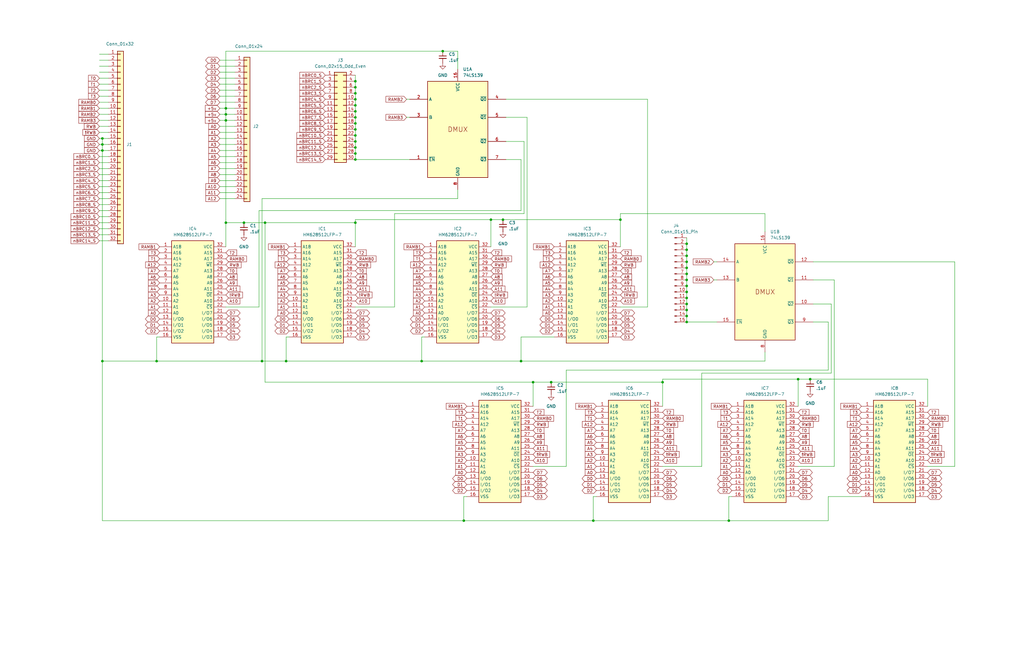
<source format=kicad_sch>
(kicad_sch (version 20231120) (generator "eeschema") (generator_version "8.0")
  (paper "B")
  (junction (at 149.86 39.37))
  (junction (at 111.76 93.98))
  (junction (at 289.56 118.11))
  (junction (at 289.56 128.27))
  (junction (at 307.34 219.71))
  (junction (at 212.09 92.71))
  (junction (at 66.04 152.4))
  (junction (at 195.58 219.71))
  (junction (at 102.87 93.98))
  (junction (at 120.65 152.4))
  (junction (at 186.69 21.59))
  (junction (at 149.86 41.91))
  (junction (at 289.56 123.19))
  (junction (at 149.86 46.99))
  (junction (at 149.86 57.15))
  (junction (at 289.56 105.41))
  (junction (at 207.01 92.71))
  (junction (at 149.86 59.69))
  (junction (at 149.86 36.83))
  (junction (at 289.56 110.49))
  (junction (at 43.18 60.96))
  (junction (at 149.86 67.31))
  (junction (at 43.18 63.5))
  (junction (at 95.25 93.98))
  (junction (at 149.86 93.98))
  (junction (at 110.49 152.4))
  (junction (at 261.62 92.71))
  (junction (at 279.4 161.29))
  (junction (at 289.56 107.95))
  (junction (at 149.86 64.77))
  (junction (at 149.86 44.45))
  (junction (at 43.18 152.4))
  (junction (at 289.56 130.81))
  (junction (at 149.86 49.53))
  (junction (at 341.63 160.02))
  (junction (at 289.56 125.73))
  (junction (at 219.71 152.4))
  (junction (at 95.25 45.72))
  (junction (at 149.86 62.23))
  (junction (at 289.56 135.89))
  (junction (at 232.41 161.29))
  (junction (at 95.25 48.26))
  (junction (at 336.55 160.02))
  (junction (at 149.86 34.29))
  (junction (at 149.86 54.61))
  (junction (at 289.56 102.87))
  (junction (at 289.56 120.65))
  (junction (at 95.25 50.8))
  (junction (at 43.18 58.42))
  (junction (at 250.19 219.71))
  (junction (at 289.56 133.35))
  (junction (at 289.56 113.03))
  (junction (at 149.86 52.07))
  (junction (at 224.79 161.29))
  (junction (at 289.56 115.57))
  (junction (at 177.8 152.4))
  (wire (pts (xy 207.01 92.71) (xy 212.09 92.71)))
  (wire (pts (xy 279.4 161.29) (xy 279.4 160.02)))
  (wire (pts (xy 149.86 64.77) (xy 149.86 67.31)))
  (wire (pts (xy 45.72 43.18) (xy 41.91 43.18)))
  (wire (pts (xy 342.9 128.27) (xy 350.52 128.27)))
  (wire (pts (xy 99.06 71.12) (xy 92.71 71.12)))
  (wire (pts (xy 219.71 152.4) (xy 177.8 152.4)))
  (wire (pts (xy 45.72 81.28) (xy 41.91 81.28)))
  (wire (pts (xy 45.72 53.34) (xy 41.91 53.34)))
  (wire (pts (xy 222.25 49.53) (xy 222.25 129.54)))
  (wire (pts (xy 149.86 104.14) (xy 149.86 93.98)))
  (wire (pts (xy 149.86 54.61) (xy 149.86 57.15)))
  (wire (pts (xy 43.18 60.96) (xy 41.91 60.96)))
  (wire (pts (xy 41.91 27.94) (xy 45.72 27.94)))
  (wire (pts (xy 99.06 58.42) (xy 92.71 58.42)))
  (wire (pts (xy 95.25 93.98) (xy 102.87 93.98)))
  (wire (pts (xy 300.99 110.49) (xy 302.26 110.49)))
  (wire (pts (xy 289.56 120.65) (xy 289.56 123.19)))
  (wire (pts (xy 45.72 38.1) (xy 41.91 38.1)))
  (wire (pts (xy 149.86 92.71) (xy 207.01 92.71)))
  (wire (pts (xy 99.06 66.04) (xy 92.71 66.04)))
  (wire (pts (xy 289.56 130.81) (xy 289.56 133.35)))
  (wire (pts (xy 224.79 196.85) (xy 238.76 196.85)))
  (wire (pts (xy 99.06 81.28) (xy 92.71 81.28)))
  (wire (pts (xy 177.8 142.24) (xy 177.8 152.4)))
  (wire (pts (xy 99.06 73.66) (xy 92.71 73.66)))
  (wire (pts (xy 102.87 93.98) (xy 111.76 93.98)))
  (wire (pts (xy 95.25 129.54) (xy 109.22 129.54)))
  (wire (pts (xy 149.86 31.75) (xy 149.86 34.29)))
  (wire (pts (xy 43.18 60.96) (xy 43.18 63.5)))
  (wire (pts (xy 391.16 171.45) (xy 391.16 160.02)))
  (wire (pts (xy 45.72 35.56) (xy 41.91 35.56)))
  (wire (pts (xy 391.16 196.85) (xy 402.59 196.85)))
  (wire (pts (xy 111.76 93.98) (xy 149.86 93.98)))
  (wire (pts (xy 207.01 129.54) (xy 222.25 129.54)))
  (wire (pts (xy 289.56 105.41) (xy 289.56 107.95)))
  (wire (pts (xy 220.98 90.17) (xy 166.37 90.17)))
  (wire (pts (xy 149.86 59.69) (xy 149.86 62.23)))
  (wire (pts (xy 149.86 46.99) (xy 149.86 49.53)))
  (wire (pts (xy 45.72 91.44) (xy 41.91 91.44)))
  (wire (pts (xy 193.04 80.01) (xy 193.04 83.82)))
  (wire (pts (xy 99.06 38.1) (xy 92.71 38.1)))
  (wire (pts (xy 45.72 71.12) (xy 41.91 71.12)))
  (wire (pts (xy 45.72 83.82) (xy 41.91 83.82)))
  (wire (pts (xy 41.91 25.4) (xy 45.72 25.4)))
  (wire (pts (xy 224.79 161.29) (xy 232.41 161.29)))
  (wire (pts (xy 45.72 63.5) (xy 43.18 63.5)))
  (wire (pts (xy 149.86 62.23) (xy 149.86 64.77)))
  (wire (pts (xy 45.72 78.74) (xy 41.91 78.74)))
  (wire (pts (xy 300.99 118.11) (xy 302.26 118.11)))
  (wire (pts (xy 289.56 107.95) (xy 289.56 110.49)))
  (wire (pts (xy 350.52 128.27) (xy 350.52 157.48)))
  (wire (pts (xy 149.86 36.83) (xy 149.86 39.37)))
  (wire (pts (xy 193.04 21.59) (xy 186.69 21.59)))
  (wire (pts (xy 92.71 48.26) (xy 95.25 48.26)))
  (wire (pts (xy 279.4 196.85) (xy 295.91 196.85)))
  (wire (pts (xy 45.72 73.66) (xy 41.91 73.66)))
  (wire (pts (xy 99.06 30.48) (xy 92.71 30.48)))
  (wire (pts (xy 351.79 118.11) (xy 351.79 196.85)))
  (wire (pts (xy 43.18 152.4) (xy 66.04 152.4)))
  (wire (pts (xy 111.76 161.29) (xy 111.76 93.98)))
  (wire (pts (xy 213.36 67.31) (xy 219.71 67.31)))
  (wire (pts (xy 322.58 148.59) (xy 322.58 152.4)))
  (wire (pts (xy 149.86 93.98) (xy 149.86 92.71)))
  (wire (pts (xy 289.56 123.19) (xy 289.56 125.73)))
  (wire (pts (xy 66.04 142.24) (xy 67.31 142.24)))
  (wire (pts (xy 95.25 21.59) (xy 95.25 45.72)))
  (wire (pts (xy 219.71 67.31) (xy 219.71 88.9)))
  (wire (pts (xy 289.56 100.33) (xy 289.56 102.87)))
  (wire (pts (xy 238.76 156.21) (xy 238.76 196.85)))
  (wire (pts (xy 224.79 161.29) (xy 111.76 161.29)))
  (wire (pts (xy 307.34 209.55) (xy 308.61 209.55)))
  (wire (pts (xy 322.58 97.79) (xy 322.58 90.17)))
  (wire (pts (xy 149.86 39.37) (xy 149.86 41.91)))
  (wire (pts (xy 43.18 58.42) (xy 41.91 58.42)))
  (wire (pts (xy 219.71 152.4) (xy 322.58 152.4)))
  (wire (pts (xy 195.58 209.55) (xy 196.85 209.55)))
  (wire (pts (xy 45.72 60.96) (xy 43.18 60.96)))
  (wire (pts (xy 99.06 48.26) (xy 95.25 48.26)))
  (wire (pts (xy 186.69 21.59) (xy 95.25 21.59)))
  (wire (pts (xy 45.72 66.04) (xy 41.91 66.04)))
  (wire (pts (xy 45.72 45.72) (xy 41.91 45.72)))
  (wire (pts (xy 99.06 45.72) (xy 95.25 45.72)))
  (wire (pts (xy 238.76 156.21) (xy 349.25 156.21)))
  (wire (pts (xy 45.72 40.64) (xy 41.91 40.64)))
  (wire (pts (xy 193.04 29.21) (xy 193.04 21.59)))
  (wire (pts (xy 95.25 50.8) (xy 95.25 93.98)))
  (wire (pts (xy 219.71 142.24) (xy 233.68 142.24)))
  (wire (pts (xy 99.06 35.56) (xy 92.71 35.56)))
  (wire (pts (xy 307.34 209.55) (xy 307.34 219.71)))
  (wire (pts (xy 171.45 49.53) (xy 172.72 49.53)))
  (wire (pts (xy 350.52 157.48) (xy 295.91 157.48)))
  (wire (pts (xy 261.62 90.17) (xy 322.58 90.17)))
  (wire (pts (xy 289.56 115.57) (xy 289.56 118.11)))
  (wire (pts (xy 232.41 161.29) (xy 279.4 161.29)))
  (wire (pts (xy 99.06 68.58) (xy 92.71 68.58)))
  (wire (pts (xy 149.86 52.07) (xy 149.86 54.61)))
  (wire (pts (xy 45.72 101.6) (xy 41.91 101.6)))
  (wire (pts (xy 45.72 93.98) (xy 41.91 93.98)))
  (wire (pts (xy 99.06 63.5) (xy 92.71 63.5)))
  (wire (pts (xy 149.86 44.45) (xy 149.86 46.99)))
  (wire (pts (xy 207.01 104.14) (xy 207.01 92.71)))
  (wire (pts (xy 342.9 135.89) (xy 349.25 135.89)))
  (wire (pts (xy 109.22 88.9) (xy 109.22 129.54)))
  (wire (pts (xy 349.25 135.89) (xy 349.25 156.21)))
  (wire (pts (xy 261.62 129.54) (xy 273.05 129.54)))
  (wire (pts (xy 336.55 196.85) (xy 351.79 196.85)))
  (wire (pts (xy 99.06 60.96) (xy 92.71 60.96)))
  (wire (pts (xy 342.9 110.49) (xy 402.59 110.49)))
  (wire (pts (xy 213.36 59.69) (xy 220.98 59.69)))
  (wire (pts (xy 149.86 129.54) (xy 166.37 129.54)))
  (wire (pts (xy 45.72 48.26) (xy 41.91 48.26)))
  (wire (pts (xy 43.18 58.42) (xy 43.18 60.96)))
  (wire (pts (xy 349.25 209.55) (xy 349.25 219.71)))
  (wire (pts (xy 99.06 50.8) (xy 95.25 50.8)))
  (wire (pts (xy 273.05 41.91) (xy 273.05 129.54)))
  (wire (pts (xy 289.56 110.49) (xy 289.56 113.03)))
  (wire (pts (xy 261.62 104.14) (xy 261.62 92.71)))
  (wire (pts (xy 349.25 209.55) (xy 363.22 209.55)))
  (wire (pts (xy 99.06 53.34) (xy 92.71 53.34)))
  (wire (pts (xy 92.71 45.72) (xy 95.25 45.72)))
  (wire (pts (xy 341.63 160.02) (xy 391.16 160.02)))
  (wire (pts (xy 149.86 49.53) (xy 149.86 52.07)))
  (wire (pts (xy 66.04 152.4) (xy 110.49 152.4)))
  (wire (pts (xy 166.37 90.17) (xy 166.37 129.54)))
  (wire (pts (xy 99.06 83.82) (xy 92.71 83.82)))
  (wire (pts (xy 45.72 76.2) (xy 41.91 76.2)))
  (wire (pts (xy 120.65 142.24) (xy 120.65 152.4)))
  (wire (pts (xy 193.04 83.82) (xy 110.49 83.82)))
  (wire (pts (xy 289.56 102.87) (xy 289.56 105.41)))
  (wire (pts (xy 261.62 90.17) (xy 261.62 92.71)))
  (wire (pts (xy 279.4 171.45) (xy 279.4 161.29)))
  (wire (pts (xy 149.86 57.15) (xy 149.86 59.69)))
  (wire (pts (xy 289.56 118.11) (xy 289.56 120.65)))
  (wire (pts (xy 213.36 41.91) (xy 273.05 41.91)))
  (wire (pts (xy 43.18 219.71) (xy 43.18 152.4)))
  (wire (pts (xy 336.55 160.02) (xy 341.63 160.02)))
  (wire (pts (xy 66.04 142.24) (xy 66.04 152.4)))
  (wire (pts (xy 45.72 58.42) (xy 43.18 58.42)))
  (wire (pts (xy 99.06 40.64) (xy 92.71 40.64)))
  (wire (pts (xy 45.72 86.36) (xy 41.91 86.36)))
  (wire (pts (xy 99.06 27.94) (xy 92.71 27.94)))
  (wire (pts (xy 110.49 83.82) (xy 110.49 152.4)))
  (wire (pts (xy 250.19 209.55) (xy 251.46 209.55)))
  (wire (pts (xy 41.91 22.86) (xy 45.72 22.86)))
  (wire (pts (xy 195.58 219.71) (xy 43.18 219.71)))
  (wire (pts (xy 342.9 118.11) (xy 351.79 118.11)))
  (wire (pts (xy 289.56 113.03) (xy 289.56 115.57)))
  (wire (pts (xy 213.36 49.53) (xy 222.25 49.53)))
  (wire (pts (xy 402.59 110.49) (xy 402.59 196.85)))
  (wire (pts (xy 99.06 25.4) (xy 92.71 25.4)))
  (wire (pts (xy 289.56 135.89) (xy 302.26 135.89)))
  (wire (pts (xy 149.86 41.91) (xy 149.86 44.45)))
  (wire (pts (xy 295.91 157.48) (xy 295.91 196.85)))
  (wire (pts (xy 336.55 171.45) (xy 336.55 160.02)))
  (wire (pts (xy 92.71 50.8) (xy 95.25 50.8)))
  (wire (pts (xy 95.25 45.72) (xy 95.25 48.26)))
  (wire (pts (xy 95.25 48.26) (xy 95.25 50.8)))
  (wire (pts (xy 250.19 209.55) (xy 250.19 219.71)))
  (wire (pts (xy 289.56 133.35) (xy 289.56 135.89)))
  (wire (pts (xy 250.19 219.71) (xy 307.34 219.71)))
  (wire (pts (xy 45.72 68.58) (xy 41.91 68.58)))
  (wire (pts (xy 220.98 59.69) (xy 220.98 90.17)))
  (wire (pts (xy 45.72 88.9) (xy 41.91 88.9)))
  (wire (pts (xy 43.18 63.5) (xy 41.91 63.5)))
  (wire (pts (xy 45.72 33.02) (xy 41.91 33.02)))
  (wire (pts (xy 212.09 92.71) (xy 261.62 92.71)))
  (wire (pts (xy 45.72 99.06) (xy 41.91 99.06)))
  (wire (pts (xy 195.58 219.71) (xy 250.19 219.71)))
  (wire (pts (xy 95.25 93.98) (xy 95.25 104.14)))
  (wire (pts (xy 99.06 76.2) (xy 92.71 76.2)))
  (wire (pts (xy 120.65 152.4) (xy 110.49 152.4)))
  (wire (pts (xy 149.86 34.29) (xy 149.86 36.83)))
  (wire (pts (xy 120.65 142.24) (xy 121.92 142.24)))
  (wire (pts (xy 99.06 43.18) (xy 92.71 43.18)))
  (wire (pts (xy 195.58 209.55) (xy 195.58 219.71)))
  (wire (pts (xy 171.45 41.91) (xy 172.72 41.91)))
  (wire (pts (xy 41.91 30.48) (xy 45.72 30.48)))
  (wire (pts (xy 177.8 142.24) (xy 179.07 142.24)))
  (wire (pts (xy 45.72 50.8) (xy 41.91 50.8)))
  (wire (pts (xy 219.71 88.9) (xy 109.22 88.9)))
  (wire (pts (xy 279.4 160.02) (xy 336.55 160.02)))
  (wire (pts (xy 43.18 63.5) (xy 43.18 152.4)))
  (wire (pts (xy 45.72 55.88) (xy 41.91 55.88)))
  (wire (pts (xy 45.72 96.52) (xy 41.91 96.52)))
  (wire (pts (xy 224.79 161.29) (xy 224.79 171.45)))
  (wire (pts (xy 289.56 128.27) (xy 289.56 130.81)))
  (wire (pts (xy 219.71 142.24) (xy 219.71 152.4)))
  (wire (pts (xy 99.06 33.02) (xy 92.71 33.02)))
  (wire (pts (xy 99.06 78.74) (xy 92.71 78.74)))
  (wire (pts (xy 289.56 125.73) (xy 289.56 128.27)))
  (wire (pts (xy 99.06 55.88) (xy 92.71 55.88)))
  (wire (pts (xy 177.8 152.4) (xy 120.65 152.4)))
  (wire (pts (xy 149.86 67.31) (xy 172.72 67.31)))
  (wire (pts (xy 349.25 219.71) (xy 307.34 219.71)))
  (global_label "A12" (shape input) (at 363.22 179.07 180) (property "Intersheetrefs" "${INTERSHEET_REFS}" (effects (hide yes))))
  (global_label "D6" (shape tri_state) (at 224.79 201.93 0) (property "Intersheetrefs" "${INTERSHEET_REFS}" (effects (hide yes))))
  (global_label "A0" (shape input) (at 363.22 199.39 180) (property "Intersheetrefs" "${INTERSHEET_REFS}" (effects (hide yes))))
  (global_label "RWB" (shape input) (at 336.55 179.07 0) (property "Intersheetrefs" "${INTERSHEET_REFS}" (effects (hide yes))))
  (global_label "D7" (shape tri_state) (at 391.16 199.39 0) (property "Intersheetrefs" "${INTERSHEET_REFS}" (effects (hide yes))))
  (global_label "A6" (shape input) (at 251.46 184.15 180) (property "Intersheetrefs" "${INTERSHEET_REFS}" (effects (hide yes))))
  (global_label "A9" (shape input) (at 391.16 186.69 0) (property "Intersheetrefs" "${INTERSHEET_REFS}" (effects (hide yes))))
  (global_label "A10" (shape input) (at 336.55 194.31 0) (property "Intersheetrefs" "${INTERSHEET_REFS}" (effects (hide yes))))
  (global_label "T2" (shape input) (at 41.91 38.1 180) (property "Intersheetrefs" "${INTERSHEET_REFS}" (effects (hide yes))))
  (global_label "A6" (shape input) (at 179.07 116.84 180) (property "Intersheetrefs" "${INTERSHEET_REFS}" (effects (hide yes))))
  (global_label "RAMB1" (shape input) (at 41.91 45.72 180) (property "Intersheetrefs" "${INTERSHEET_REFS}" (effects (hide yes))))
  (global_label "A1" (shape input) (at 67.31 129.54 180) (property "Intersheetrefs" "${INTERSHEET_REFS}" (effects (hide yes))))
  (global_label "RWB" (shape input) (at 149.86 111.76 0) (property "Intersheetrefs" "${INTERSHEET_REFS}" (effects (hide yes))))
  (global_label "D7" (shape tri_state) (at 149.86 132.08 0) (property "Intersheetrefs" "${INTERSHEET_REFS}" (effects (hide yes))))
  (global_label "D1" (shape tri_state) (at 233.68 137.16 180) (property "Intersheetrefs" "${INTERSHEET_REFS}" (effects (hide yes))))
  (global_label "nBRC0_S" (shape input) (at 137.16 31.75 180) (property "Intersheetrefs" "${INTERSHEET_REFS}" (effects (hide yes))))
  (global_label "D3" (shape tri_state) (at 224.79 209.55 0) (property "Intersheetrefs" "${INTERSHEET_REFS}" (effects (hide yes))))
  (global_label "T2" (shape input) (at 207.01 106.68 0) (property "Intersheetrefs" "${INTERSHEET_REFS}" (effects (hide yes))))
  (global_label "A0" (shape input) (at 233.68 132.08 180) (property "Intersheetrefs" "${INTERSHEET_REFS}" (effects (hide yes))))
  (global_label "RAMB0" (shape input) (at 336.55 176.53 0) (property "Intersheetrefs" "${INTERSHEET_REFS}" (effects (hide yes))))
  (global_label "!RWB" (shape input) (at 336.55 191.77 0) (property "Intersheetrefs" "${INTERSHEET_REFS}" (effects (hide yes))))
  (global_label "GND" (shape input) (at 41.91 58.42 180) (property "Intersheetrefs" "${INTERSHEET_REFS}" (effects (hide yes))))
  (global_label "A3" (shape input) (at 179.07 124.46 180) (property "Intersheetrefs" "${INTERSHEET_REFS}" (effects (hide yes))))
  (global_label "D0" (shape tri_state) (at 233.68 134.62 180) (property "Intersheetrefs" "${INTERSHEET_REFS}" (effects (hide yes))))
  (global_label "D1" (shape tri_state) (at 179.07 137.16 180) (property "Intersheetrefs" "${INTERSHEET_REFS}" (effects (hide yes))))
  (global_label "A2" (shape input) (at 251.46 194.31 180) (property "Intersheetrefs" "${INTERSHEET_REFS}" (effects (hide yes))))
  (global_label "A11" (shape input) (at 336.55 189.23 0) (property "Intersheetrefs" "${INTERSHEET_REFS}" (effects (hide yes))))
  (global_label "D6" (shape tri_state) (at 391.16 201.93 0) (property "Intersheetrefs" "${INTERSHEET_REFS}" (effects (hide yes))))
  (global_label "A4" (shape input) (at 233.68 121.92 180) (property "Intersheetrefs" "${INTERSHEET_REFS}" (effects (hide yes))))
  (global_label "nBRC1_S" (shape input) (at 137.16 34.29 180) (property "Intersheetrefs" "${INTERSHEET_REFS}" (effects (hide yes))))
  (global_label "D1" (shape tri_state) (at 363.22 204.47 180) (property "Intersheetrefs" "${INTERSHEET_REFS}" (effects (hide yes))))
  (global_label "A10" (shape input) (at 149.86 127 0) (property "Intersheetrefs" "${INTERSHEET_REFS}" (effects (hide yes))))
  (global_label "RAMB1" (shape input) (at 67.31 104.14 180) (property "Intersheetrefs" "${INTERSHEET_REFS}" (effects (hide yes))))
  (global_label "!RWB" (shape input) (at 149.86 124.46 0) (property "Intersheetrefs" "${INTERSHEET_REFS}" (effects (hide yes))))
  (global_label "T0" (shape input) (at 95.25 114.3 0) (property "Intersheetrefs" "${INTERSHEET_REFS}" (effects (hide yes))))
  (global_label "D2" (shape tri_state) (at 233.68 139.7 180) (property "Intersheetrefs" "${INTERSHEET_REFS}" (effects (hide yes))))
  (global_label "A2" (shape input) (at 363.22 194.31 180) (property "Intersheetrefs" "${INTERSHEET_REFS}" (effects (hide yes))))
  (global_label "RAMB1" (shape input) (at 251.46 171.45 180) (property "Intersheetrefs" "${INTERSHEET_REFS}" (effects (hide yes))))
  (global_label "RAMB0" (shape input) (at 224.79 176.53 0) (property "Intersheetrefs" "${INTERSHEET_REFS}" (effects (hide yes))))
  (global_label "T2" (shape input) (at 336.55 173.99 0) (property "Intersheetrefs" "${INTERSHEET_REFS}" (effects (hide yes))))
  (global_label "A11" (shape input) (at 149.86 121.92 0) (property "Intersheetrefs" "${INTERSHEET_REFS}" (effects (hide yes))))
  (global_label "A0" (shape input) (at 92.71 53.34 180) (property "Intersheetrefs" "${INTERSHEET_REFS}" (effects (hide yes))))
  (global_label "T2" (shape input) (at 149.86 106.68 0) (property "Intersheetrefs" "${INTERSHEET_REFS}" (effects (hide yes))))
  (global_label "T3" (shape input) (at 196.85 173.99 180) (property "Intersheetrefs" "${INTERSHEET_REFS}" (effects (hide yes))))
  (global_label "D1" (shape tri_state) (at 308.61 204.47 180) (property "Intersheetrefs" "${INTERSHEET_REFS}" (effects (hide yes))))
  (global_label "A6" (shape input) (at 121.92 116.84 180) (property "Intersheetrefs" "${INTERSHEET_REFS}" (effects (hide yes))))
  (global_label "A10" (shape input) (at 391.16 194.31 0) (property "Intersheetrefs" "${INTERSHEET_REFS}" (effects (hide yes))))
  (global_label "RAMB0" (shape input) (at 41.91 43.18 180) (property "Intersheetrefs" "${INTERSHEET_REFS}" (effects (hide yes))))
  (global_label "D4" (shape tri_state) (at 336.55 207.01 0) (property "Intersheetrefs" "${INTERSHEET_REFS}" (effects (hide yes))))
  (global_label "D7" (shape tri_state) (at 95.25 132.08 0) (property "Intersheetrefs" "${INTERSHEET_REFS}" (effects (hide yes))))
  (global_label "A4" (shape input) (at 179.07 121.92 180) (property "Intersheetrefs" "${INTERSHEET_REFS}" (effects (hide yes))))
  (global_label "nBRC2_S" (shape input) (at 41.91 71.12 180) (property "Intersheetrefs" "${INTERSHEET_REFS}" (effects (hide yes))))
  (global_label "RWB" (shape input) (at 224.79 179.07 0) (property "Intersheetrefs" "${INTERSHEET_REFS}" (effects (hide yes))))
  (global_label "A9" (shape input) (at 261.62 119.38 0) (property "Intersheetrefs" "${INTERSHEET_REFS}" (effects (hide yes))))
  (global_label "A3" (shape input) (at 196.85 191.77 180) (property "Intersheetrefs" "${INTERSHEET_REFS}" (effects (hide yes))))
  (global_label "A0" (shape input) (at 196.85 199.39 180) (property "Intersheetrefs" "${INTERSHEET_REFS}" (effects (hide yes))))
  (global_label "T1" (shape input) (at 233.68 109.22 180) (property "Intersheetrefs" "${INTERSHEET_REFS}" (effects (hide yes))))
  (global_label "RAMB1" (shape input) (at 121.92 104.14 180) (property "Intersheetrefs" "${INTERSHEET_REFS}" (effects (hide yes))))
  (global_label "A10" (shape input) (at 207.01 127 0) (property "Intersheetrefs" "${INTERSHEET_REFS}" (effects (hide yes))))
  (global_label "T0" (shape input) (at 224.79 181.61 0) (property "Intersheetrefs" "${INTERSHEET_REFS}" (effects (hide yes))))
  (global_label "D2" (shape tri_state) (at 196.85 207.01 180) (property "Intersheetrefs" "${INTERSHEET_REFS}" (effects (hide yes))))
  (global_label "D7" (shape tri_state) (at 336.55 199.39 0) (property "Intersheetrefs" "${INTERSHEET_REFS}" (effects (hide yes))))
  (global_label "GND" (shape input) (at 41.91 63.5 180) (property "Intersheetrefs" "${INTERSHEET_REFS}" (effects (hide yes))))
  (global_label "D4" (shape tri_state) (at 207.01 139.7 0) (property "Intersheetrefs" "${INTERSHEET_REFS}" (effects (hide yes))))
  (global_label "RAMB1" (shape input) (at 363.22 171.45 180) (property "Intersheetrefs" "${INTERSHEET_REFS}" (effects (hide yes))))
  (global_label "A7" (shape input) (at 308.61 181.61 180) (property "Intersheetrefs" "${INTERSHEET_REFS}" (effects (hide yes))))
  (global_label "D5" (shape tri_state) (at 391.16 204.47 0) (property "Intersheetrefs" "${INTERSHEET_REFS}" (effects (hide yes))))
  (global_label "A2" (shape input) (at 233.68 127 180) (property "Intersheetrefs" "${INTERSHEET_REFS}" (effects (hide yes))))
  (global_label "A4" (shape input) (at 92.71 63.5 180) (property "Intersheetrefs" "${INTERSHEET_REFS}" (effects (hide yes))))
  (global_label "T0" (shape input) (at 41.91 33.02 180) (property "Intersheetrefs" "${INTERSHEET_REFS}" (effects (hide yes))))
  (global_label "A7" (shape input) (at 233.68 114.3 180) (property "Intersheetrefs" "${INTERSHEET_REFS}" (effects (hide yes))))
  (global_label "RAMB3" (shape input) (at 300.99 118.11 180) (property "Intersheetrefs" "${INTERSHEET_REFS}" (effects (hide yes))))
  (global_label "D6" (shape tri_state) (at 92.71 40.64 180) (property "Intersheetrefs" "${INTERSHEET_REFS}" (effects (hide yes))))
  (global_label "D4" (shape tri_state) (at 279.4 207.01 0) (property "Intersheetrefs" "${INTERSHEET_REFS}" (effects (hide yes))))
  (global_label "!RWB" (shape input) (at 261.62 124.46 0) (property "Intersheetrefs" "${INTERSHEET_REFS}" (effects (hide yes))))
  (global_label "D1" (shape tri_state) (at 196.85 204.47 180) (property "Intersheetrefs" "${INTERSHEET_REFS}" (effects (hide yes))))
  (global_label "A7" (shape input) (at 67.31 114.3 180) (property "Intersheetrefs" "${INTERSHEET_REFS}" (effects (hide yes))))
  (global_label "D1" (shape tri_state) (at 121.92 137.16 180) (property "Intersheetrefs" "${INTERSHEET_REFS}" (effects (hide yes))))
  (global_label "A1" (shape input) (at 233.68 129.54 180) (property "Intersheetrefs" "${INTERSHEET_REFS}" (effects (hide yes))))
  (global_label "A12" (shape input) (at 92.71 83.82 180) (property "Intersheetrefs" "${INTERSHEET_REFS}" (effects (hide yes))))
  (global_label "A5" (shape input) (at 251.46 186.69 180) (property "Intersheetrefs" "${INTERSHEET_REFS}" (effects (hide yes))))
  (global_label "A2" (shape input) (at 308.61 194.31 180) (property "Intersheetrefs" "${INTERSHEET_REFS}" (effects (hide yes))))
  (global_label "A3" (shape input) (at 92.71 60.96 180) (property "Intersheetrefs" "${INTERSHEET_REFS}" (effects (hide yes))))
  (global_label "T0" (shape input) (at 261.62 114.3 0) (property "Intersheetrefs" "${INTERSHEET_REFS}" (effects (hide yes))))
  (global_label "A3" (shape input) (at 308.61 191.77 180) (property "Intersheetrefs" "${INTERSHEET_REFS}" (effects (hide yes))))
  (global_label "A2" (shape input) (at 92.71 58.42 180) (property "Intersheetrefs" "${INTERSHEET_REFS}" (effects (hide yes))))
  (global_label "A12" (shape input) (at 308.61 179.07 180) (property "Intersheetrefs" "${INTERSHEET_REFS}" (effects (hide yes))))
  (global_label "nBRC9_S" (shape input) (at 137.16 54.61 180) (property "Intersheetrefs" "${INTERSHEET_REFS}" (effects (hide yes))))
  (global_label "nBRC8_S" (shape input) (at 41.91 86.36 180) (property "Intersheetrefs" "${INTERSHEET_REFS}" (effects (hide yes))))
  (global_label "nBRC14_S" (shape input) (at 137.16 67.31 180) (property "Intersheetrefs" "${INTERSHEET_REFS}" (effects (hide yes))))
  (global_label "A7" (shape input) (at 196.85 181.61 180) (property "Intersheetrefs" "${INTERSHEET_REFS}" (effects (hide yes))))
  (global_label "D2" (shape tri_state) (at 67.31 139.7 180) (property "Intersheetrefs" "${INTERSHEET_REFS}" (effects (hide yes))))
  (global_label "A3" (shape input) (at 363.22 191.77 180) (property "Intersheetrefs" "${INTERSHEET_REFS}" (effects (hide yes))))
  (global_label "D3" (shape tri_state) (at 92.71 33.02 180) (property "Intersheetrefs" "${INTERSHEET_REFS}" (effects (hide yes))))
  (global_label "D6" (shape tri_state) (at 261.62 134.62 0) (property "Intersheetrefs" "${INTERSHEET_REFS}" (effects (hide yes))))
  (global_label "+5v" (shape input) (at 92.71 45.72 180) (property "Intersheetrefs" "${INTERSHEET_REFS}" (effects (hide yes))))
  (global_label "nBRC13_S" (shape input) (at 41.91 99.06 180) (property "Intersheetrefs" "${INTERSHEET_REFS}" (effects (hide yes))))
  (global_label "D3" (shape tri_state) (at 95.25 142.24 0) (property "Intersheetrefs" "${INTERSHEET_REFS}" (effects (hide yes))))
  (global_label "T3" (shape input) (at 121.92 106.68 180) (property "Intersheetrefs" "${INTERSHEET_REFS}" (effects (hide yes))))
  (global_label "A5" (shape input) (at 179.07 119.38 180) (property "Intersheetrefs" "${INTERSHEET_REFS}" (effects (hide yes))))
  (global_label "A2" (shape input) (at 179.07 127 180) (property "Intersheetrefs" "${INTERSHEET_REFS}" (effects (hide yes))))
  (global_label "A0" (shape input) (at 308.61 199.39 180) (property "Intersheetrefs" "${INTERSHEET_REFS}" (effects (hide yes))))
  (global_label "RAMB1" (shape input) (at 179.07 104.14 180) (property "Intersheetrefs" "${INTERSHEET_REFS}" (effects (hide yes))))
  (global_label "A2" (shape input) (at 196.85 194.31 180) (property "Intersheetrefs" "${INTERSHEET_REFS}" (effects (hide yes))))
  (global_label "A7" (shape input) (at 92.71 71.12 180) (property "Intersheetrefs" "${INTERSHEET_REFS}" (effects (hide yes))))
  (global_label "A9" (shape input) (at 207.01 119.38 0) (property "Intersheetrefs" "${INTERSHEET_REFS}" (effects (hide yes))))
  (global_label "A0" (shape input) (at 67.31 132.08 180) (property "Intersheetrefs" "${INTERSHEET_REFS}" (effects (hide yes))))
  (global_label "nBRC6_S" (shape input) (at 41.91 81.28 180) (property "Intersheetrefs" "${INTERSHEET_REFS}" (effects (hide yes))))
  (global_label "T1" (shape input) (at 179.07 109.22 180) (property "Intersheetrefs" "${INTERSHEET_REFS}" (effects (hide yes))))
  (global_label "A1" (shape input) (at 92.71 55.88 180) (property "Intersheetrefs" "${INTERSHEET_REFS}" (effects (hide yes))))
  (global_label "D5" (shape tri_state) (at 92.71 38.1 180) (property "Intersheetrefs" "${INTERSHEET_REFS}" (effects (hide yes))))
  (global_label "nBRC3_S" (shape input) (at 41.91 73.66 180) (property "Intersheetrefs" "${INTERSHEET_REFS}" (effects (hide yes))))
  (global_label "RAMB0" (shape input) (at 149.86 109.22 0) (property "Intersheetrefs" "${INTERSHEET_REFS}" (effects (hide yes))))
  (global_label "D6" (shape tri_state) (at 336.55 201.93 0) (property "Intersheetrefs" "${INTERSHEET_REFS}" (effects (hide yes))))
  (global_label "nBRC4_S" (shape input) (at 41.91 76.2 180) (property "Intersheetrefs" "${INTERSHEET_REFS}" (effects (hide yes))))
  (global_label "nBRC9_S" (shape input) (at 41.91 88.9 180) (property "Intersheetrefs" "${INTERSHEET_REFS}" (effects (hide yes))))
  (global_label "RAMB0" (shape input) (at 95.25 109.22 0) (property "Intersheetrefs" "${INTERSHEET_REFS}" (effects (hide yes))))
  (global_label "A12" (shape input) (at 179.07 111.76 180) (property "Intersheetrefs" "${INTERSHEET_REFS}" (effects (hide yes))))
  (global_label "A4" (shape input) (at 196.85 189.23 180) (property "Intersheetrefs" "${INTERSHEET_REFS}" (effects (hide yes))))
  (global_label "A1" (shape input) (at 121.92 129.54 180) (property "Intersheetrefs" "${INTERSHEET_REFS}" (effects (hide yes))))
  (global_label "!RWB" (shape input) (at 207.01 124.46 0) (property "Intersheetrefs" "${INTERSHEET_REFS}" (effects (hide yes))))
  (global_label "A3" (shape input) (at 233.68 124.46 180) (property "Intersheetrefs" "${INTERSHEET_REFS}" (effects (hide yes))))
  (global_label "A8" (shape input) (at 149.86 116.84 0) (property "Intersheetrefs" "${INTERSHEET_REFS}" (effects (hide yes))))
  (global_label "D7" (shape tri_state) (at 224.79 199.39 0) (property "Intersheetrefs" "${INTERSHEET_REFS}" (effects (hide yes))))
  (global_label "nBRC8_S" (shape input) (at 137.16 52.07 180) (property "Intersheetrefs" "${INTERSHEET_REFS}" (effects (hide yes))))
  (global_label "A10" (shape input) (at 95.25 127 0) (property "Intersheetrefs" "${INTERSHEET_REFS}" (effects (hide yes))))
  (global_label "A2" (shape input) (at 67.31 127 180) (property "Intersheetrefs" "${INTERSHEET_REFS}" (effects (hide yes))))
  (global_label "GND" (shape input) (at 41.91 60.96 180) (property "Intersheetrefs" "${INTERSHEET_REFS}" (effects (hide yes))))
  (global_label "RAMB0" (shape input) (at 391.16 176.53 0) (property "Intersheetrefs" "${INTERSHEET_REFS}" (effects (hide yes))))
  (global_label "D2" (shape tri_state) (at 363.22 207.01 180) (property "Intersheetrefs" "${INTERSHEET_REFS}" (effects (hide yes))))
  (global_label "A3" (shape input) (at 251.46 191.77 180) (property "Intersheetrefs" "${INTERSHEET_REFS}" (effects (hide yes))))
  (global_label "A8" (shape input) (at 336.55 184.15 0) (property "Intersheetrefs" "${INTERSHEET_REFS}" (effects (hide yes))))
  (global_label "D3" (shape tri_state) (at 207.01 142.24 0) (property "Intersheetrefs" "${INTERSHEET_REFS}" (effects (hide yes))))
  (global_label "D3" (shape tri_state) (at 149.86 142.24 0) (property "Intersheetrefs" "${INTERSHEET_REFS}" (effects (hide yes))))
  (global_label "!RWB" (shape input) (at 41.91 55.88 180) (property "Intersheetrefs" "${INTERSHEET_REFS}" (effects (hide yes))))
  (global_label "nBRC12_S" (shape input) (at 137.16 62.23 180) (property "Intersheetrefs" "${INTERSHEET_REFS}" (effects (hide yes))))
  (global_label "D7" (shape tri_state) (at 92.71 43.18 180) (property "Intersheetrefs" "${INTERSHEET_REFS}" (effects (hide yes))))
  (global_label "A11" (shape input) (at 207.01 121.92 0) (property "Intersheetrefs" "${INTERSHEET_REFS}" (effects (hide yes))))
  (global_label "nBRC13_S" (shape input) (at 137.16 64.77 180) (property "Intersheetrefs" "${INTERSHEET_REFS}" (effects (hide yes))))
  (global_label "A4" (shape input) (at 121.92 121.92 180) (property "Intersheetrefs" "${INTERSHEET_REFS}" (effects (hide yes))))
  (global_label "A3" (shape input) (at 121.92 124.46 180) (property "Intersheetrefs" "${INTERSHEET_REFS}" (effects (hide yes))))
  (global_label "T3" (shape input) (at 233.68 106.68 180) (property "Intersheetrefs" "${INTERSHEET_REFS}" (effects (hide yes))))
  (global_label "T2" (shape input) (at 95.25 106.68 0) (property "Intersheetrefs" "${INTERSHEET_REFS}" (effects (hide yes))))
  (global_label "D3" (shape tri_state) (at 279.4 209.55 0) (property "Intersheetrefs" "${INTERSHEET_REFS}" (effects (hide yes))))
  (global_label "D7" (shape tri_state) (at 261.62 132.08 0) (property "Intersheetrefs" "${INTERSHEET_REFS}" (effects (hide yes))))
  (global_label "D1" (shape tri_state) (at 67.31 137.16 180) (property "Intersheetrefs" "${INTERSHEET_REFS}" (effects (hide yes))))
  (global_label "T0" (shape input) (at 149.86 114.3 0) (property "Intersheetrefs" "${INTERSHEET_REFS}" (effects (hide yes))))
  (global_label "D1" (shape tri_state) (at 92.71 27.94 180) (property "Intersheetrefs" "${INTERSHEET_REFS}" (effects (hide yes))))
  (global_label "D2" (shape tri_state) (at 251.46 207.01 180) (property "Intersheetrefs" "${INTERSHEET_REFS}" (effects (hide yes))))
  (global_label "D0" (shape tri_state) (at 363.22 201.93 180) (property "Intersheetrefs" "${INTERSHEET_REFS}" (effects (hide yes))))
  (global_label "D2" (shape tri_state) (at 308.61 207.01 180) (property "Intersheetrefs" "${INTERSHEET_REFS}" (effects (hide yes))))
  (global_label "A5" (shape input) (at 92.71 66.04 180) (property "Intersheetrefs" "${INTERSHEET_REFS}" (effects (hide yes))))
  (global_label "T2" (shape input) (at 391.16 173.99 0) (property "Intersheetrefs" "${INTERSHEET_REFS}" (effects (hide yes))))
  (global_label "D0" (shape tri_state) (at 308.61 201.93 180) (property "Intersheetrefs" "${INTERSHEET_REFS}" (effects (hide yes))))
  (global_label "D6" (shape tri_state) (at 149.86 134.62 0) (property "Intersheetrefs" "${INTERSHEET_REFS}" (effects (hide yes))))
  (global_label "A1" (shape input) (at 308.61 196.85 180) (property "Intersheetrefs" "${INTERSHEET_REFS}" (effects (hide yes))))
  (global_label "D4" (shape tri_state) (at 224.79 207.01 0) (property "Intersheetrefs" "${INTERSHEET_REFS}" (effects (hide yes))))
  (global_label "D4" (shape tri_state) (at 92.71 35.56 180) (property "Intersheetrefs" "${INTERSHEET_REFS}" (effects (hide yes))))
  (global_label "A5" (shape input) (at 196.85 186.69 180) (property "Intersheetrefs" "${INTERSHEET_REFS}" (effects (hide yes))))
  (global_label "T2" (shape input) (at 224.79 173.99 0) (property "Intersheetrefs" "${INTERSHEET_REFS}" (effects (hide yes))))
  (global_label "A11" (shape input) (at 261.62 121.92 0) (property "Intersheetrefs" "${INTERSHEET_REFS}" (effects (hide yes))))
  (global_label "D5" (shape tri_state) (at 207.01 137.16 0) (property "Intersheetrefs" "${INTERSHEET_REFS}" (effects (hide yes))))
  (global_label "nBRC5_S" (shape input) (at 41.91 78.74 180) (property "Intersheetrefs" "${INTERSHEET_REFS}" (effects (hide yes))))
  (global_label "A1" (shape input) (at 196.85 196.85 180) (property "Intersheetrefs" "${INTERSHEET_REFS}" (effects (hide yes))))
  (global_label "A10" (shape input) (at 261.62 127 0) (property "Intersheetrefs" "${INTERSHEET_REFS}" (effects (hide yes))))
  (global_label "A6" (shape input) (at 196.85 184.15 180) (property "Intersheetrefs" "${INTERSHEET_REFS}" (effects (hide yes))))
  (global_label "A5" (shape input) (at 308.61 186.69 180) (property "Intersheetrefs" "${INTERSHEET_REFS}" (effects (hide yes))))
  (global_label "T0" (shape input) (at 279.4 181.61 0) (property "Intersheetrefs" "${INTERSHEET_REFS}" (effects (hide yes))))
  (global_label "T1" (shape input) (at 196.85 176.53 180) (property "Intersheetrefs" "${INTERSHEET_REFS}" (effects (hide yes))))
  (global_label "T3" (shape input) (at 41.91 40.64 180) (property "Intersheetrefs" "${INTERSHEET_REFS}" (effects (hide yes))))
  (global_label "A0" (shape input) (at 179.07 132.08 180) (property "Intersheetrefs" "${INTERSHEET_REFS}" (effects (hide yes))))
  (global_label "nBRC14_S" (shape input) (at 41.91 101.6 180) (property "Intersheetrefs" "${INTERSHEET_REFS}" (effects (hide yes))))
  (global_label "A4" (shape input) (at 363.22 189.23 180) (property "Intersheetrefs" "${INTERSHEET_REFS}" (effects (hide yes))))
  (global_label "A12" (shape input) (at 67.31 111.76 180) (property "Intersheetrefs" "${INTERSHEET_REFS}" (effects (hide yes))))
  (global_label "D5" (shape tri_state) (at 224.79 204.47 0) (property "Intersheetrefs" "${INTERSHEET_REFS}" (effects (hide yes))))
  (global_label "A11" (shape input) (at 391.16 189.23 0) (property "Intersheetrefs" "${INTERSHEET_REFS}" (effects (hide yes))))
  (global_label "!RWB" (shape input) (at 391.16 191.77 0) (property "Intersheetrefs" "${INTERSHEET_REFS}" (effects (hide yes))))
  (global_label "A9" (shape input) (at 92.71 76.2 180) (property "Intersheetrefs" "${INTERSHEET_REFS}" (effects (hide yes))))
  (global_label "RAMB1" (shape input) (at 196.85 171.45 180) (property "Intersheetrefs" "${INTERSHEET_REFS}" (effects (hide yes))))
  (global_label "A9" (shape input) (at 279.4 186.69 0) (property "Intersheetrefs" "${INTERSHEET_REFS}" (effects (hide yes))))
  (global_label "D5" (shape tri_state) (at 261.62 137.16 0) (property "Intersheetrefs" "${INTERSHEET_REFS}" (effects (hide yes))))
  (global_label "nBRC2_S" (shape input) (at 137.16 36.83 180) (property "Intersheetrefs" "${INTERSHEET_REFS}" (effects (hide yes))))
  (global_label "RAMB2" (shape input) (at 171.45 41.91 180) (property "Intersheetrefs" "${INTERSHEET_REFS}" (effects (hide yes))))
  (global_label "!RWB" (shape input) (at 224.79 191.77 0) (property "Intersheetrefs" "${INTERSHEET_REFS}" (effects (hide yes))))
  (global_label "nBRC7_S" (shape input) (at 41.91 83.82 180) (property "Intersheetrefs" "${INTERSHEET_REFS}" (effects (hide yes))))
  (global_label "A11" (shape input) (at 95.25 121.92 0) (property "Intersheetrefs" "${INTERSHEET_REFS}" (effects (hide yes))))
  (global_label "A9" (shape input) (at 95.25 119.38 0) (property "Intersheetrefs" "${INTERSHEET_REFS}" (effects (hide yes))))
  (global_label "RAMB2" (shape input) (at 41.91 48.26 180) (property "Intersheetrefs" "${INTERSHEET_REFS}" (effects (hide yes))))
  (global_label "T1" (shape input) (at 251.46 176.53 180) (property "Intersheetrefs" "${INTERSHEET_REFS}" (effects (hide yes))))
  (global_label "D3" (shape tri_state) (at 261.62 142.24 0) (property "Intersheetrefs" "${INTERSHEET_REFS}" (effects (hide yes))))
  (global_label "RAMB1" (shape input) (at 308.61 171.45 180) (property "Intersheetrefs" "${INTERSHEET_REFS}" (effects (hide yes))))
  (global_label "A12" (shape input) (at 251.46 179.07 180) (property "Intersheetrefs" "${INTERSHEET_REFS}" (effects (hide yes))))
  (global_label "A9" (shape input) (at 224.79 186.69 0) (property "Intersheetrefs" "${INTERSHEET_REFS}" (effects (hide yes))))
  (global_label "nBRC1_S" (shape input) (at 41.91 68.58 180) (property "Intersheetrefs" "${INTERSHEET_REFS}" (effects (hide yes))))
  (global_label "A11" (shape input) (at 92.71 81.28 180) (property "Intersheetrefs" "${INTERSHEET_REFS}" (effects (hide yes))))
  (global_label "D2" (shape tri_state) (at 179.07 139.7 180) (property "Intersheetrefs" "${INTERSHEET_REFS}" (effects (hide yes))))
  (global_label "D2" (shape tri_state) (at 121.92 139.7 180) (property "Intersheetrefs" "${INTERSHEET_REFS}" (effects (hide yes))))
  (global_label "A3" (shape input) (at 67.31 124.46 180) (property "Intersheetrefs" "${INTERSHEET_REFS}" (effects (hide yes))))
  (global_label "D5" (shape tri_state) (at 95.25 137.16 0) (property "Intersheetrefs" "${INTERSHEET_REFS}" (effects (hide yes))))
  (global_label "D3" (shape tri_state) (at 391.16 209.55 0) (property "Intersheetrefs" "${INTERSHEET_REFS}" (effects (hide yes))))
  (global_label "nBRC11_S" (shape input) (at 137.16 59.69 180) (property "Intersheetrefs" "${INTERSHEET_REFS}" (effects (hide yes))))
  (global_label "RWB" (shape input) (at 95.25 111.76 0) (property "Intersheetrefs" "${INTERSHEET_REFS}" (effects (hide yes))))
  (global_label "A8" (shape input) (at 95.25 116.84 0) (property "Intersheetrefs" "${INTERSHEET_REFS}" (effects (hide yes))))
  (global_label "D0" (shape tri_state) (at 196.85 201.93 180) (property "Intersheetrefs" "${INTERSHEET_REFS}" (effects (hide yes))))
  (global_label "+5v" (shape input) (at 92.71 50.8 180) (property "Intersheetrefs" "${INTERSHEET_REFS}" (effects (hide yes))))
  (global_label "nBRC4_S" (shape input) (at 137.16 41.91 180) (property "Intersheetrefs" "${INTERSHEET_REFS}" (effects (hide yes))))
  (global_label "nBRC7_S" (shape input) (at 137.16 49.53 180) (property "Intersheetrefs" "${INTERSHEET_REFS}" (effects (hide yes))))
  (global_label "A7" (shape input) (at 251.46 181.61 180) (property "Intersheetrefs" "${INTERSHEET_REFS}" (effects (hide yes))))
  (global_label "A12" (shape input) (at 121.92 111.76 180) (property "Intersheetrefs" "${INTERSHEET_REFS}" (effects (hide yes))))
  (global_label "D4" (shape tri_state) (at 95.25 139.7 0) (property "Intersheetrefs" "${INTERSHEET_REFS}" (effects (hide yes))))
  (global_label "T0" (shape input) (at 207.01 114.3 0) (property "Intersheetrefs" "${INTERSHEET_REFS}" (effects (hide yes))))
  (global_label "D6" (shape tri_state) (at 279.4 201.93 0) (property "Intersheetrefs" "${INTERSHEET_REFS}" (effects (hide yes))))
  (global_label "A1" (shape input) (at 363.22 196.85 180) (property "Intersheetrefs" "${INTERSHEET_REFS}" (effects (hide yes))))
  (global_label "A5" (shape input) (at 67.31 119.38 180) (property "Intersheetrefs" "${INTERSHEET_REFS}" (effects (hide yes))))
  (global_label "D4" (shape tri_state) (at 261.62 139.7 0) (property "Intersheetrefs" "${INTERSHEET_REFS}" (effects (hide yes))))
  (global_label "RAMB0" (shape input) (at 279.4 176.53 0) (property "Intersheetrefs" "${INTERSHEET_REFS}" (effects (hide yes))))
  (global_label "!RWB" (shape input) (at 95.25 124.46 0) (property "Intersheetrefs" "${INTERSHEET_REFS}" (effects (hide yes))))
  (global_label "A8" (shape input) (at 261.62 116.84 0) (property "Intersheetrefs" "${INTERSHEET_REFS}" (effects (hide yes))))
  (global_label "D5" (shape tri_state) (at 149.86 137.16 0) (property "Intersheetrefs" "${INTERSHEET_REFS}" (effects (hide yes))))
  (global_label "RWB" (shape input) (at 279.4 179.07 0) (property "Intersheetrefs" "${INTERSHEET_REFS}" (effects (hide yes))))
  (global_label "T3" (shape input) (at 251.46 173.99 180) (property "Intersheetrefs" "${INTERSHEET_REFS}" (effects (hide yes))))
  (global_label "A12" (shape input) (at 196.85 179.07 180) (property "Intersheetrefs" "${INTERSHEET_REFS}" (effects (hide yes))))
  (global_label "A4" (shape input) (at 251.46 189.23 180) (property "Intersheetrefs" "${INTERSHEET_REFS}" (effects (hide yes))))
  (global_label "RWB" (shape input) (at 41.91 53.34 180) (property "Intersheetrefs" "${INTERSHEET_REFS}" (effects (hide yes))))
  (global_label "RAMB3" (shape input) (at 171.45 49.53 180) (property "Intersheetrefs" "${INTERSHEET_REFS}" (effects (hide yes))))
  (global_label "D5" (shape tri_state) (at 279.4 204.47 0) (property "Intersheetrefs" "${INTERSHEET_REFS}" (effects (hide yes))))
  (global_label "A11" (shape input) (at 224.79 189.23 0) (property "Intersheetrefs" "${INTERSHEET_REFS}" (effects (hide yes))))
  (global_label "nBRC3_S" (shape input) (at 137.16 39.37 180) (property "Intersheetrefs" "${INTERSHEET_REFS}" (effects (hide yes))))
  (global_label "A1" (shape input) (at 251.46 196.85 180) (property "Intersheetrefs" "${INTERSHEET_REFS}" (effects (hide yes))))
  (global_label "A1" (shape input) (at 179.07 129.54 180) (property "Intersheetrefs" "${INTERSHEET_REFS}" (effects (hide yes))))
  (global_label "A9" (shape input) (at 149.86 119.38 0) (property "Intersheetrefs" "${INTERSHEET_REFS}" (effects (hide yes))))
  (global_label "A4" (shape input) (at 67.31 121.92 180) (property "Intersheetrefs" "${INTERSHEET_REFS}" (effects (hide yes))))
  (global_label "A7" (shape input) (at 179.07 114.3 180) (property "Intersheetrefs" "${INTERSHEET_REFS}" (effects (hide yes))))
  (global_label "T1" (shape input) (at 308.61 176.53 180) (property "Intersheetrefs" "${INTERSHEET_REFS}" (effects (hide yes))))
  (global_label "A10" (shape input) (at 279.4 194.31 0) (property "Intersheetrefs" "${INTERSHEET_REFS}" (effects (hide yes))))
  (global_label "RWB" (shape input) (at 207.01 111.76 0) (property "Intersheetrefs" "${INTERSHEET_REFS}" (effects (hide yes))))
  (global_label "D6" (shape tri_state) (at 95.25 134.62 0) (property "Intersheetrefs" "${INTERSHEET_REFS}" (effects (hide yes))))
  (global_label "D1" (shape tri_state) (at 251.46 204.47 180) (property "Intersheetrefs" "${INTERSHEET_REFS}" (effects (hide yes))))
  (global_label "A6" (shape input) (at 233.68 116.84 180) (property "Intersheetrefs" "${INTERSHEET_REFS}" (effects (hide yes))))
  (global_label "D0" (shape tri_state) (at 179.07 134.62 180) (property "Intersheetrefs" "${INTERSHEET_REFS}" (effects (hide yes))))
  (global_label "D0" (shape tri_state) (at 67.31 134.62 180) (property "Intersheetrefs" "${INTERSHEET_REFS}" (effects (hide yes))))
  (global_label "nBRC10_S" (shape input) (at 137.16 57.15 180) (property "Intersheetrefs" "${INTERSHEET_REFS}" (effects (hide yes))))
  (global_label "A8" (shape input) (at 279.4 184.15 0) (property "Intersheetrefs" "${INTERSHEET_REFS}" (effects (hide yes))))
  (global_label "A5" (shape input) (at 363.22 186.69 180) (property "Intersheetrefs" "${INTERSHEET_REFS}" (effects (hide yes))))
  (global_label "A0" (shape input) (at 251.46 199.39 180) (property "Intersheetrefs" "${INTERSHEET_REFS}" (effects (hide yes))))
  (global_label "T1" (shape input) (at 67.31 109.22 180) (property "Intersheetrefs" "${INTERSHEET_REFS}" (effects (hide yes))))
  (global_label "A7" (shape input) (at 121.92 114.3 180) (property "Intersheetrefs" "${INTERSHEET_REFS}" (effects (hide yes))))
  (global_label "A6" (shape input) (at 67.31 116.84 180) (property "Intersheetrefs" "${INTERSHEET_REFS}" (effects (hide yes))))
  (global_label "RWB" (shape input) (at 391.16 179.07 0) (property "Intersheetrefs" "${INTERSHEET_REFS}" (effects (hide yes))))
  (global_label "D7" (shape tri_state) (at 207.01 132.08 0) (property "Intersheetrefs" "${INTERSHEET_REFS}" (effects (hide yes))))
  (global_label "A4" (shape input) (at 308.61 189.23 180) (property "Intersheetrefs" "${INTERSHEET_REFS}" (effects (hide yes))))
  (global_label "T2" (shape input) (at 279.4 173.99 0) (property "Intersheetrefs" "${INTERSHEET_REFS}" (effects (hide yes))))
  (global_label "A5" (shape input) (at 121.92 119.38 180) (property "Intersheetrefs" "${INTERSHEET_REFS}" (effects (hide yes))))
  (global_label "T0" (shape input) (at 336.55 181.61 0) (property "Intersheetrefs" "${INTERSHEET_REFS}" (effects (hide yes))))
  (global_label "A8" (shape input) (at 207.01 116.84 0) (property "Intersheetrefs" "${INTERSHEET_REFS}" (effects (hide yes))))
  (global_label "A6" (shape input) (at 92.71 68.58 180) (property "Intersheetrefs" "${INTERSHEET_REFS}" (effects (hide yes))))
  (global_label "nBRC6_S" (shape input) (at 137.16 46.99 180) (property "Intersheetrefs" "${INTERSHEET_REFS}" (effects (hide yes))))
  (global_label "A2" (shape input) (at 121.92 127 180) (property "Intersheetrefs" "${INTERSHEET_REFS}" (effects (hide yes))))
  (global_label "D0" (shape tri_state) (at 121.92 134.62 180) (property "Intersheetrefs" "${INTERSHEET_REFS}" (effects (hide yes))))
  (global_label "D6" (shape tri_state) (at 207.01 134.62 0) (property "Intersheetrefs" "${INTERSHEET_REFS}" (effects (hide yes))))
  (global_label "+5v" (shape input) (at 92.71 48.26 180) (property "Intersheetrefs" "${INTERSHEET_REFS}" (effects (hide yes))))
  (global_label "D3" (shape tri_state) (at 336.55 209.55 0) (property "Intersheetrefs" "${INTERSHEET_REFS}" (effects (hide yes))))
  (global_label "T1" (shape input) (at 121.92 109.22 180) (property "Intersheetrefs" "${INTERSHEET_REFS}" (effects (hide yes))))
  (global_label "T1" (shape input) (at 41.91 35.56 180) (property "Intersheetrefs" "${INTERSHEET_REFS}" (effects (hide yes))))
  (global_label "A5" (shape input) (at 233.68 119.38 180) (property "Intersheetrefs" "${INTERSHEET_REFS}" (effects (hide yes))))
  (global_label "D4" (shape tri_state) (at 391.16 207.01 0) (property "Intersheetrefs" "${INTERSHEET_REFS}" (effects (hide yes))))
  (global_label "D4" (shape tri_state) (at 149.86 139.7 0) (property "Intersheetrefs" "${INTERSHEET_REFS}" (effects (hide yes))))
  (global_label "D2" (shape tri_state) (at 92.71 30.48 180) (property "Intersheetrefs" "${INTERSHEET_REFS}" (effects (hide yes))))
  (global_label "T1" (shape input) (at 363.22 176.53 180) (property "Intersheetrefs" "${INTERSHEET_REFS}" (effects (hide yes))))
  (global_label "nBRC11_S" (shape input) (at 41.91 93.98 180) (property "Intersheetrefs" "${INTERSHEET_REFS}" (effects (hide yes))))
  (global_label "A8" (shape input) (at 92.71 73.66 180) (property "Intersheetrefs" "${INTERSHEET_REFS}" (effects (hide yes))))
  (global_label "!RWB" (shape input) (at 279.4 191.77 0) (property "Intersheetrefs" "${INTERSHEET_REFS}" (effects (hide yes))))
  (global_label "T3" (shape input) (at 179.07 106.68 180) (property "Intersheetrefs" "${INTERSHEET_REFS}" (effects (hide yes))))
  (global_label "A0" (shape input) (at 121.92 132.08 180) (property "Intersheetrefs" "${INTERSHEET_REFS}" (effects (hide yes))))
  (global_label "A8" (shape input) (at 391.16 184.15 0) (property "Intersheetrefs" "${INTERSHEET_REFS}" (effects (hide yes))))
  (global_label "RAMB0" (shape input) (at 261.62 109.22 0) (property "Intersheetrefs" "${INTERSHEET_REFS}" (effects (hide yes))))
  (global_label "RAMB2" (shape input) (at 300.99 110.49 180) (property "Intersheetrefs" "${INTERSHEET_REFS}" (effects (hide yes))))
  (global_label "RAMB3" (shape input) (at 41.91 50.8 180) (property "Intersheetrefs" "${INTERSHEET_REFS}" (effects (hide yes))))
  (global_label "A11" (shape input) (at 279.4 189.23 0) (property "Intersheetrefs" "${INTERSHEET_REFS}" (effects (hide yes))))
  (global_label "A8" (shape input) (at 224.79 184.15 0) (property "Intersheetrefs" "${INTERSHEET_REFS}" (effects (hide yes))))
  (global_label "D0" (shape tri_state) (at 92.71 25.4 180) (property "Intersheetrefs" "${INTERSHEET_REFS}" (effects (hide yes))))
  (global_label "A10" (shape input) (at 224.79 194.31 0) (property "Intersheetrefs" "${INTERSHEET_REFS}" (effects (hide yes))))
  (global_label "A9" (shape input) (at 336.55 186.69 0) (property "Intersheetrefs" "${INTERSHEET_REFS}" (effects (hide yes))))
  (global_label "A10" (shape input) (at 92.71 78.74 180) (property "Intersheetrefs" "${INTERSHEET_REFS}" (effects (hide yes))))
  (global_label "T3" (shape input) (at 67.31 106.68 180) (property "Intersheetrefs" "${INTERSHEET_REFS}" (effects (hide yes))))
  (global_label "RAMB0" (shape input) (at 207.01 109.22 0) (property "Intersheetrefs" "${INTERSHEET_REFS}" (effects (hide yes))))
  (global_label "T0" (shape input) (at 391.16 181.61 0) (property "Intersheetrefs" "${INTERSHEET_REFS}" (effects (hide yes))))
  (global_label "RWB" (shape input) (at 261.62 111.76 0) (property "Intersheetrefs" "${INTERSHEET_REFS}" (effects (hide yes))))
  (global_label "D0" (shape tri_state) (at 251.46 201.93 180) (property "Intersheetrefs" "${INTERSHEET_REFS}" (effects (hide yes))))
  (global_label "RAMB1" (shape input) (at 233.68 104.14 180) (property "Intersheetrefs" "${INTERSHEET_REFS}" (effects (hide yes))))
  (global_label "nBRC5_S" (shape input) (at 137.16 44.45 180) (property "Intersheetrefs" "${INTERSHEET_REFS}" (effects (hide yes))))
  (global_label "nBRC10_S" (shape input) (at 41.91 91.44 180) (property "Intersheetrefs" "${INTERSHEET_REFS}" (effects (hide yes))))
  (global_label "T2" (shape input) (at 261.62 106.68 0) (property "Intersheetrefs" "${INTERSHEET_REFS}" (effects (hide yes))))
  (global_label "A12" (shape input) (at 233.68 111.76 180) (property "Intersheetrefs" "${INTERSHEET_REFS}" (effects (hide yes))))
  (global_label "T3" (shape input) (at 363.22 173.99 180) (property "Intersheetrefs" "${INTERSHEET_REFS}" (effects (hide yes))))
  (global_label "nBRC12_S" (shape input) (at 41.91 96.52 180) (property "Intersheetrefs" "${INTERSHEET_REFS}" (effects (hide yes))))
  (global_label "nBRC0_S" (shape input) (at 41.91 66.04 180) (property "Intersheetrefs" "${INTERSHEET_REFS}" (effects (hide yes))))
  (global_label "D5" (shape tri_state) (at 336.55 204.47 0) (property "Intersheetrefs" "${INTERSHEET_REFS}" (effects (hide yes))))
  (global_label "T3" (shape input) (at 308.61 173.99 180) (property "Intersheetrefs" "${INTERSHEET_REFS}" (effects (hide yes))))
  (global_label "A6" (shape input) (at 308.61 184.15 180) (property "Intersheetrefs" "${INTERSHEET_REFS}" (effects (hide yes))))
  (global_label "A6" (shape input) (at 363.22 184.15 180) (property "Intersheetrefs" "${INTERSHEET_REFS}" (effects (hide yes))))
  (global_label "D7" (shape tri_state) (at 279.4 199.39 0) (property "Intersheetrefs" "${INTERSHEET_REFS}" (effects (hide yes))))
  (global_label "A7" (shape input) (at 363.22 181.61 180) (property "Intersheetrefs" "${INTERSHEET_REFS}" (effects (hide yes))))
  (symbol (lib_name "HM628512LFP-7_1") (lib_id "HM62512LFP-7:HM628512LFP-7") (at 363.22 171.45 0) (unit 1)
    (property "Reference" "IC8" (at 377.19 163.83 0))
    (property "Value" "HM628512LFP-7" (at 377.19 166.37 0))
    (property "Footprint" "KiCad:SOIC127P1414X300-32N" (effects (hide yes)))
    (property "Datasheet" "https://pdf1.alldatasheet.com/datasheet-pdf/view/226002/HITACHI-METALS/HM628512LFP-7.html" (effects (hide yes)))
    (property "Description" "Static RAM, 512Kx8, 32 Pin, Plastic, SOP" (effects (hide yes)))
    (property "Height" "3" (effects (hide yes)))
    (property "Manufacturer_Name" "HITACHI" (effects (hide yes)))
    (property "Manufacturer_Part_Number" "HM628512LFP-7" (effects (hide yes)))
  )
  (symbol (lib_id "Device:C_Small") (at 341.63 162.56 0) (unit 1)
    (property "Reference" "C6" (at 344.17 161.2962 0) (effects (justify left)))
    (property "Value" ".1uF" (at 344.17 163.8362 0) (effects (justify left)))
    (property "Footprint" "Capacitor_THT:C_Disc_D5.0mm_W2.5mm_P5.00mm" (effects (hide yes)))
    (property "Description" "Unpolarized capacitor, small symbol" (effects (hide yes)))
  )
  (symbol (lib_id "Device:C_Small") (at 212.09 95.25 0) (unit 1)
    (property "Reference" "C3" (at 214.63 93.9862 0) (effects (justify left)))
    (property "Value" ".1uF" (at 214.63 96.5262 0) (effects (justify left)))
    (property "Footprint" "Capacitor_THT:C_Disc_D5.0mm_W2.5mm_P5.00mm" (effects (hide yes)))
    (property "Description" "Unpolarized capacitor, small symbol" (effects (hide yes)))
  )
  (symbol (lib_id "power:GND") (at 212.09 97.79 0) (unit 1)
    (property "Reference" "#PWR02" (effects (hide yes)))
    (property "Value" "GND" (at 212.09 102.87 0))
    (property "Description" "Power symbol creates a global label with name \"GND\" , ground" (effects (hide yes)))
  )
  (symbol (lib_name "HM628512LFP-7_1") (lib_id "HM62512LFP-7:HM628512LFP-7") (at 67.31 104.14 0) (unit 1)
    (property "Reference" "IC4" (at 81.28 96.52 0))
    (property "Value" "HM628512LFP-7" (at 81.28 99.06 0))
    (property "Footprint" "KiCad:SOIC127P1414X300-32N" (effects (hide yes)))
    (property "Datasheet" "https://pdf1.alldatasheet.com/datasheet-pdf/view/226002/HITACHI-METALS/HM628512LFP-7.html" (effects (hide yes)))
    (property "Description" "Static RAM, 512Kx8, 32 Pin, Plastic, SOP" (effects (hide yes)))
    (property "Height" "3" (effects (hide yes)))
    (property "Manufacturer_Name" "HITACHI" (effects (hide yes)))
    (property "Manufacturer_Part_Number" "HM628512LFP-7" (effects (hide yes)))
  )
  (symbol (lib_id "Connector:Conn_01x15_Pin") (at 284.48 118.11 0) (unit 1)
    (property "Reference" "J4" (at 285.115 95.25 0))
    (property "Value" "Conn_01x15_Pin" (at 286.512 97.79 0))
    (property "Footprint" "Connector_PinHeader_2.54mm:PinHeader_1x15_P2.54mm_Vertical" (effects (hide yes)))
    (property "Description" "Generic connector, single row, 01x15, script generated" (effects (hide yes)))
  )
  (symbol (lib_id "Connector_Generic:Conn_01x32") (at 50.8 60.96 0) (unit 1)
    (property "Reference" "J1" (at 53.34 60.9599 0) (effects (justify left)))
    (property "Value" "Conn_01x32" (at 44.704 18.542 0) (effects (justify left)))
    (property "Footprint" "Connector_PinHeader_2.54mm:PinHeader_1x32_P2.54mm_Vertical" (effects (hide yes)))
    (property "Description" "Generic connector, single row, 01x32, script generated (kicad-library-utils/schlib/autogen/connector/)" (effects (hide yes)))
  )
  (symbol (lib_name "HM628512LFP-7_1") (lib_id "HM62512LFP-7:HM628512LFP-7") (at 121.92 104.14 0) (unit 1)
    (property "Reference" "IC1" (at 135.89 96.52 0))
    (property "Value" "HM628512LFP-7" (at 135.89 99.06 0))
    (property "Footprint" "KiCad:SOIC127P1414X300-32N" (effects (hide yes)))
    (property "Datasheet" "https://pdf1.alldatasheet.com/datasheet-pdf/view/226002/HITACHI-METALS/HM628512LFP-7.html" (effects (hide yes)))
    (property "Description" "Static RAM, 512Kx8, 32 Pin, Plastic, SOP" (effects (hide yes)))
    (property "Height" "3" (effects (hide yes)))
    (property "Manufacturer_Name" "HITACHI" (effects (hide yes)))
    (property "Manufacturer_Part_Number" "HM628512LFP-7" (effects (hide yes)))
  )
  (symbol (lib_id "74xx_IEEE:74LS139") (at 322.58 123.19 0) (unit 2)
    (property "Reference" "U1" (at 324.7741 97.79 0) (effects (justify left)))
    (property "Value" "74LS139" (at 324.7741 100.33 0) (effects (justify left)))
    (property "Footprint" "Package_DIP:DIP-16_W7.62mm" (effects (hide yes)))
    (property "Datasheet" "http://www.ti.com/lit/ds/symlink/sn74ls139a.pdf" (effects (hide yes)))
    (property "Description" "Dual Decoder 1 of 4, Active low outputs" (effects (hide yes)))
  )
  (symbol (lib_name "HM628512LFP-7_1") (lib_id "HM62512LFP-7:HM628512LFP-7") (at 196.85 171.45 0) (unit 1)
    (property "Reference" "IC5" (at 210.82 163.83 0))
    (property "Value" "HM628512LFP-7" (at 210.82 166.37 0))
    (property "Footprint" "KiCad:SOIC127P1414X300-32N" (effects (hide yes)))
    (property "Datasheet" "https://pdf1.alldatasheet.com/datasheet-pdf/view/226002/HITACHI-METALS/HM628512LFP-7.html" (effects (hide yes)))
    (property "Description" "Static RAM, 512Kx8, 32 Pin, Plastic, SOP" (effects (hide yes)))
    (property "Height" "3" (effects (hide yes)))
    (property "Manufacturer_Name" "HITACHI" (effects (hide yes)))
    (property "Manufacturer_Part_Number" "HM628512LFP-7" (effects (hide yes)))
  )
  (symbol (lib_id "Device:C_Small") (at 232.41 163.83 0) (unit 1)
    (property "Reference" "C2" (at 234.95 162.5662 0) (effects (justify left)))
    (property "Value" ".1uF" (at 234.95 165.1062 0) (effects (justify left)))
    (property "Footprint" "Capacitor_THT:C_Disc_D5.0mm_W2.5mm_P5.00mm" (effects (hide yes)))
    (property "Description" "Unpolarized capacitor, small symbol" (effects (hide yes)))
  )
  (symbol (lib_name "HM628512LFP-7_1") (lib_id "HM62512LFP-7:HM628512LFP-7") (at 233.68 104.14 0) (unit 1)
    (property "Reference" "IC3" (at 247.65 96.52 0))
    (property "Value" "HM628512LFP-7" (at 247.65 99.06 0))
    (property "Footprint" "KiCad:SOIC127P1414X300-32N" (effects (hide yes)))
    (property "Datasheet" "https://pdf1.alldatasheet.com/datasheet-pdf/view/226002/HITACHI-METALS/HM628512LFP-7.html" (effects (hide yes)))
    (property "Description" "Static RAM, 512Kx8, 32 Pin, Plastic, SOP" (effects (hide yes)))
    (property "Height" "3" (effects (hide yes)))
    (property "Manufacturer_Name" "HITACHI" (effects (hide yes)))
    (property "Manufacturer_Part_Number" "HM628512LFP-7" (effects (hide yes)))
  )
  (symbol (lib_id "Connector_Generic:Conn_01x24") (at 104.14 53.34 0) (unit 1)
    (property "Reference" "J2" (at 106.68 53.3399 0) (effects (justify left)))
    (property "Value" "Conn_01x24" (at 99.06 19.558 0) (effects (justify left)))
    (property "Footprint" "Connector_PinHeader_2.54mm:PinHeader_1x24_P2.54mm_Vertical" (effects (hide yes)))
    (property "Description" "Generic connector, single row, 01x24, script generated (kicad-library-utils/schlib/autogen/connector/)" (effects (hide yes)))
  )
  (symbol (lib_id "Connector_Generic:Conn_02x15_Odd_Even") (at 142.24 49.53 0) (unit 1)
    (property "Reference" "J3" (at 143.51 25.4 0))
    (property "Value" "Conn_02x15_Odd_Even" (at 143.51 27.94 0))
    (property "Footprint" "Connector_PinHeader_2.54mm:PinHeader_2x15_P2.54mm_Vertical" (effects (hide yes)))
    (property "Description" "Generic connector, double row, 02x15, odd/even pin numbering scheme (row 1 odd numbers, row 2 even numbers), script generated (kicad-library-utils/schlib/autogen/connector/)" (effects (hide yes)))
  )
  (symbol (lib_name "HM628512LFP-7_1") (lib_id "HM62512LFP-7:HM628512LFP-7") (at 179.07 104.14 0) (unit 1)
    (property "Reference" "IC2" (at 193.04 96.52 0))
    (property "Value" "HM628512LFP-7" (at 193.04 99.06 0))
    (property "Footprint" "KiCad:SOIC127P1414X300-32N" (effects (hide yes)))
    (property "Datasheet" "https://pdf1.alldatasheet.com/datasheet-pdf/view/226002/HITACHI-METALS/HM628512LFP-7.html" (effects (hide yes)))
    (property "Description" "Static RAM, 512Kx8, 32 Pin, Plastic, SOP" (effects (hide yes)))
    (property "Height" "3" (effects (hide yes)))
    (property "Manufacturer_Name" "HITACHI" (effects (hide yes)))
    (property "Manufacturer_Part_Number" "HM628512LFP-7" (effects (hide yes)))
  )
  (symbol (lib_id "power:GND") (at 102.87 99.06 0) (unit 1)
    (property "Reference" "#PWR05" (effects (hide yes)))
    (property "Value" "GND" (at 102.87 104.14 0))
    (property "Description" "Power symbol creates a global label with name \"GND\" , ground" (effects (hide yes)))
  )
  (symbol (lib_id "power:GND") (at 341.63 165.1 0) (unit 1)
    (property "Reference" "#PWR06" (effects (hide yes)))
    (property "Value" "GND" (at 341.63 170.18 0))
    (property "Description" "Power symbol creates a global label with name \"GND\" , ground" (effects (hide yes)))
  )
  (symbol (lib_id "Device:C_Small") (at 102.87 96.52 0) (unit 1)
    (property "Reference" "C1" (at 105.41 95.2562 0) (effects (justify left)))
    (property "Value" ".1uF" (at 105.41 97.7962 0) (effects (justify left)))
    (property "Footprint" "Capacitor_THT:C_Disc_D5.0mm_W2.5mm_P5.00mm" (effects (hide yes)))
    (property "Description" "Unpolarized capacitor, small symbol" (effects (hide yes)))
  )
  (symbol (lib_name "HM628512LFP-7_1") (lib_id "HM62512LFP-7:HM628512LFP-7") (at 308.61 171.45 0) (unit 1)
    (property "Reference" "IC7" (at 322.58 163.83 0))
    (property "Value" "HM628512LFP-7" (at 322.58 166.37 0))
    (property "Footprint" "KiCad:SOIC127P1414X300-32N" (effects (hide yes)))
    (property "Datasheet" "https://pdf1.alldatasheet.com/datasheet-pdf/view/226002/HITACHI-METALS/HM628512LFP-7.html" (effects (hide yes)))
    (property "Description" "Static RAM, 512Kx8, 32 Pin, Plastic, SOP" (effects (hide yes)))
    (property "Height" "3" (effects (hide yes)))
    (property "Manufacturer_Name" "HITACHI" (effects (hide yes)))
    (property "Manufacturer_Part_Number" "HM628512LFP-7" (effects (hide yes)))
  )
  (symbol (lib_id "74xx_IEEE:74LS139") (at 193.04 54.61 0) (unit 1)
    (property "Reference" "U1" (at 195.2341 29.21 0) (effects (justify left)))
    (property "Value" "74LS139" (at 195.2341 31.75 0) (effects (justify left)))
    (property "Footprint" "Package_DIP:DIP-16_W7.62mm" (effects (hide yes)))
    (property "Datasheet" "http://www.ti.com/lit/ds/symlink/sn74ls139a.pdf" (effects (hide yes)))
    (property "Description" "Dual Decoder 1 of 4, Active low outputs" (effects (hide yes)))
  )
  (symbol (lib_id "power:GND") (at 186.69 26.67 0) (unit 1)
    (property "Reference" "#PWR01" (effects (hide yes)))
    (property "Value" "GND" (at 186.69 31.75 0))
    (property "Description" "Power symbol creates a global label with name \"GND\" , ground" (effects (hide yes)))
  )
  (symbol (lib_name "HM628512LFP-7_1") (lib_id "HM62512LFP-7:HM628512LFP-7") (at 251.46 171.45 0) (unit 1)
    (property "Reference" "IC6" (at 265.43 163.83 0))
    (property "Value" "HM628512LFP-7" (at 265.43 166.37 0))
    (property "Footprint" "KiCad:SOIC127P1414X300-32N" (effects (hide yes)))
    (property "Datasheet" "https://pdf1.alldatasheet.com/datasheet-pdf/view/226002/HITACHI-METALS/HM628512LFP-7.html" (effects (hide yes)))
    (property "Description" "Static RAM, 512Kx8, 32 Pin, Plastic, SOP" (effects (hide yes)))
    (property "Height" "3" (effects (hide yes)))
    (property "Manufacturer_Name" "HITACHI" (effects (hide yes)))
    (property "Manufacturer_Part_Number" "HM628512LFP-7" (effects (hide yes)))
  )
  (symbol (lib_id "Device:C_Small") (at 186.69 24.13 0) (unit 1)
    (property "Reference" "C5" (at 189.23 22.8662 0) (effects (justify left)))
    (property "Value" ".1uF" (at 189.23 25.4062 0) (effects (justify left)))
    (property "Footprint" "Capacitor_THT:C_Disc_D5.0mm_W2.5mm_P5.00mm" (effects (hide yes)))
    (property "Description" "Unpolarized capacitor, small symbol" (effects (hide yes)))
  )
  (symbol (lib_id "power:GND") (at 232.41 166.37 0) (unit 1)
    (property "Reference" "#PWR03" (effects (hide yes)))
    (property "Value" "GND" (at 232.41 171.45 0))
    (property "Description" "Power symbol creates a global label with name \"GND\" , ground" (effects (hide yes)))
  )
)
</source>
